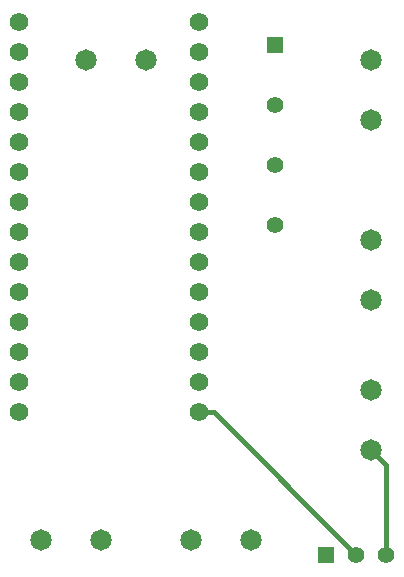
<source format=gbl>
G75*
%MOIN*%
%OFA0B0*%
%FSLAX25Y25*%
%IPPOS*%
%LPD*%
%AMOC8*
5,1,8,0,0,1.08239X$1,22.5*
%
%ADD10C,0.07124*%
%ADD11R,0.05550X0.05550*%
%ADD12C,0.05550*%
%ADD13C,0.06200*%
%ADD14C,0.01600*%
D10*
X0021000Y0021000D03*
X0041000Y0021000D03*
X0071000Y0021000D03*
X0091000Y0021000D03*
X0131000Y0051000D03*
X0131000Y0071000D03*
X0131000Y0101000D03*
X0131000Y0121000D03*
X0131000Y0161000D03*
X0131000Y0181000D03*
X0056000Y0181000D03*
X0036000Y0181000D03*
D11*
X0099000Y0186000D03*
X0116000Y0016000D03*
D12*
X0126000Y0016000D03*
X0136000Y0016000D03*
X0099000Y0126000D03*
X0099000Y0146000D03*
X0099000Y0166000D03*
D13*
X0073500Y0163500D03*
X0073500Y0153500D03*
X0073500Y0143500D03*
X0073500Y0133500D03*
X0073500Y0123500D03*
X0073500Y0113500D03*
X0073500Y0103500D03*
X0073500Y0093500D03*
X0073500Y0083500D03*
X0073500Y0073500D03*
X0073500Y0063500D03*
X0013500Y0063500D03*
X0013500Y0073500D03*
X0013500Y0083500D03*
X0013500Y0093500D03*
X0013500Y0103500D03*
X0013500Y0113500D03*
X0013500Y0123500D03*
X0013500Y0133500D03*
X0013500Y0143500D03*
X0013500Y0153500D03*
X0013500Y0163500D03*
X0013500Y0173500D03*
X0013500Y0183500D03*
X0013500Y0193500D03*
X0073500Y0193500D03*
X0073500Y0183500D03*
X0073500Y0173500D03*
D14*
X0073500Y0063500D02*
X0078500Y0063500D01*
X0126000Y0016000D01*
X0136000Y0016000D02*
X0136000Y0046000D01*
X0131000Y0051000D01*
M02*

</source>
